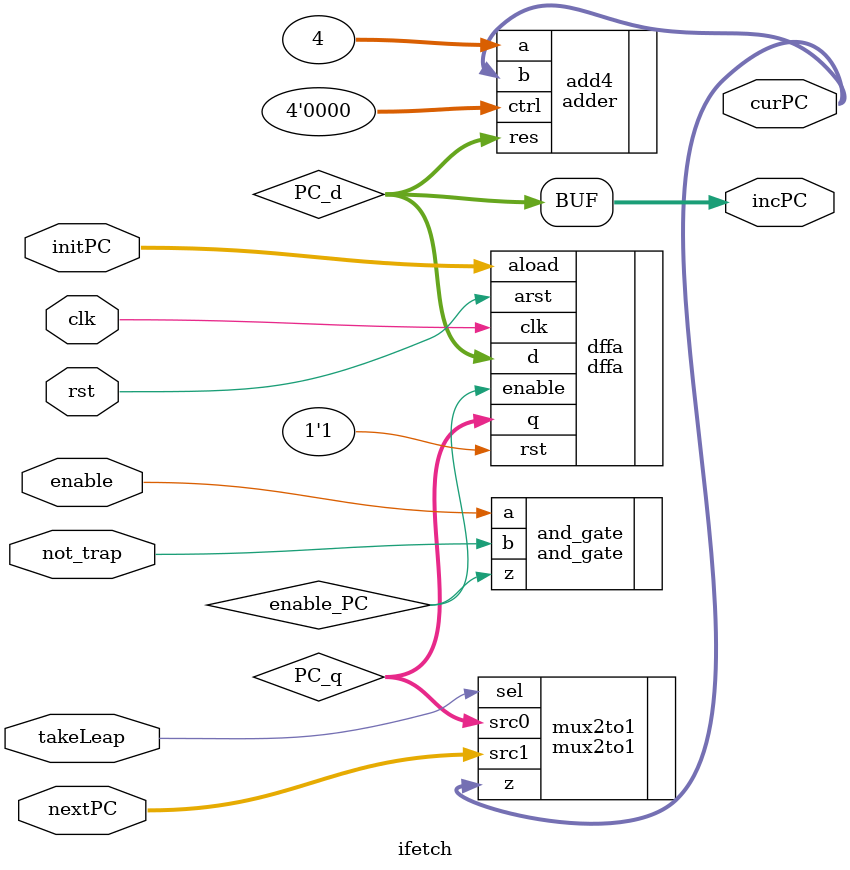
<source format=v>
module ifetch(
    clk, rst, initPC, nextPC, takeLeap, enable, not_trap,
    curPC, incPC
);
    
    input clk, rst;
    input [31:0] initPC;    // address for reset
    input [31:0] nextPC;
    input takeLeap, enable, not_trap;
    output [31:0] curPC;    // going to instruction memory
    output [31:0] incPC;   // PC + 4
    
    wire [31:0] PC_d, PC_q;
    wire enable_PC;
    
    and_gate and_gate (.a(enable), .b(not_trap), .z(enable_PC)); // put back not_trap
    // PC Register
    dffa #(32) dffa (.d(PC_d), .clk(clk), .rst(1'b1), .enable(enable_PC), .q(PC_q), .aload(initPC), .arst(rst));
   
    
     // assign curPC
    mux2to1 #(32) mux2to1 (.src0(PC_q), .src1(nextPC), .sel(takeLeap), .z(curPC));
    
     // PC + 4
    adder add4 (.a(32'b0100), .b(curPC), .ctrl(4'b0000), .res(PC_d));
    
    assign incPC = PC_d;
    
endmodule // ifetch

</source>
